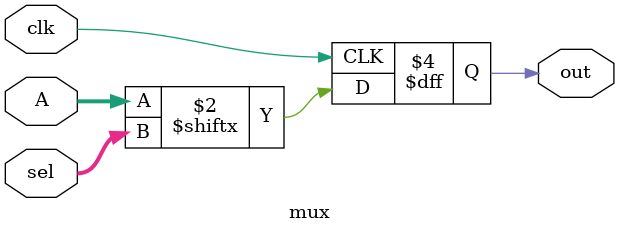
<source format=sv>

`timescale 1ns/1ps

module mux(
    input                       clk,
    input logic unsigned [3:0]  A,
    input logic unsigned [1:0]  sel,
    output logic unsigned       out
);

    always @(posedge clk)
        out <= A[sel];

    initial begin
        $dumpfile ("sim_build/mux.vcd");
        $dumpvars (0, mux);
      end

endmodule
</source>
